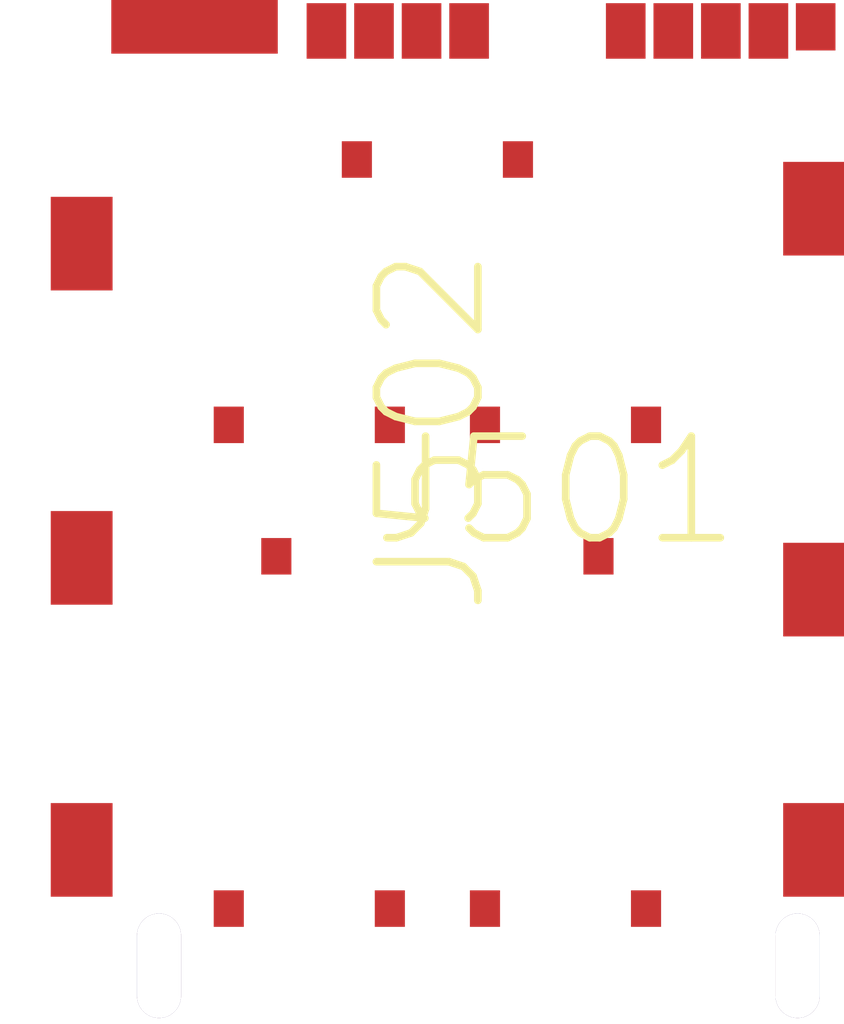
<source format=kicad_pcb>
(kicad_pcb (version 20241229) (generator "pcbnew") (generator_version "9.0")
  (layers (0 "F.Cu" signal) (2 "B.Cu" signal) (13 "F.Paste" user) (15 "B.Paste" user) (5 "F.SilkS" user "F.Silkscreen") (7 "B.SilkS" user "B.Silkscreen") (1 "F.Mask" user) (3 "B.Mask" user) (25 "Edge.Cuts" user))
  (net 0 "")
  (net 1 "N17759349")
  (net 2 "N17759554")
  (net 3 "N17759588")
  (net 4 "N17759260")
  (net 5 "N17759351")
  (net 6 "N17759627")
  (net 7 "N17759560")
  (net 8 "N17759326")
  (net 9 "N17759384")
  (net 10 "N17759372")
  (net 11 "N17759596")
  (net 12 "GND")
  (footprint "SIM_12_93X15_85-P18_HT2_38_HD" (layer "F.Cu") (at 136.2775 129.125)
    (property "Reference" "J501")
    (property "Value" "CAF99-06264-100001_SIM_12_93X15" (hide yes))
    (fp_text user "${REFERENCE}" (at -0.8809 0.5595 0) (layer "F.SilkS") (effects (font (size 1.6 1.6) (thickness 0.12)) (justify left bottom)))
    (pad "A1" thru_hole oval (at -4.1675 7.1) (size 0.695 1.645) (drill oval 0.695 1.645) (layers "*.Cu" "*.Mask") (net 12 "GND"))
    (pad "A2" smd rect (at -5.3875 5.275) (size 0.975 1.475) (layers "F.Cu" "F.Mask" "F.Paste") (net 12 "GND"))
    (pad "A3" smd rect (at -5.3875 0.675) (size 0.975 1.475) (layers "F.Cu" "F.Mask" "F.Paste") (net 12 "GND"))
    (pad "A4" smd rect (at -5.3875 -4.275) (size 0.975 1.475) (layers "F.Cu" "F.Mask" "F.Paste") (net 12 "GND"))
    (pad "A5" smd rect (at 6.1625 -4.825) (size 0.975 1.475) (layers "F.Cu" "F.Mask" "F.Paste") (net 12 "GND"))
    (pad "A6" smd rect (at 6.1625 1.175) (size 0.975 1.475) (layers "F.Cu" "F.Mask" "F.Paste") (net 12 "GND"))
    (pad "A7" smd rect (at 6.1625 5.275) (size 0.975 1.475) (layers "F.Cu" "F.Mask" "F.Paste") (net 12 "GND"))
    (pad "A8" thru_hole oval (at 5.9025 7.1) (size 0.695 1.645) (drill oval 0.695 1.645) (layers "*.Cu" "*.Mask") (net 12 "GND"))
    (pad "A9" smd rect (at -1.5275 -7.625) (size 0.625 0.875) (layers "F.Cu" "F.Mask" "F.Paste") (net 8 "N17759326"))
    (pad "A10" smd rect (at -0.7775 -7.625) (size 0.625 0.875) (layers "F.Cu" "F.Mask" "F.Paste") (net 4 "N17759260"))
    (pad "A11" smd rect (at -0.0275 -7.625) (size 0.625 0.875) (layers "F.Cu" "F.Mask" "F.Paste") (net 1 "N17759349"))
    (pad "A12" smd rect (at 0.7225 -7.625) (size 0.625 0.875) (layers "F.Cu" "F.Mask" "F.Paste") (net 5 "N17759351"))
    (pad "A13" smd rect (at 3.1925 -7.625) (size 0.625 0.875) (layers "F.Cu" "F.Mask" "F.Paste") (net 9 "N17759384"))
    (pad "A14" smd rect (at 3.9425 -7.625) (size 0.625 0.875) (layers "F.Cu" "F.Mask" "F.Paste") (net 12 "GND"))
    (pad "A15" smd rect (at 4.6925 -7.625) (size 0.625 0.875) (layers "F.Cu" "F.Mask" "F.Paste") (net 10 "N17759372"))
    (pad "A16" smd rect (at 5.4425 -7.625) (size 0.625 0.875) (layers "F.Cu" "F.Mask" "F.Paste") (net 12 "GND"))
    (pad "A17" smd rect (at -3.6075 -7.69) (size 2.625 0.845) (layers "F.Cu" "F.Mask" "F.Paste") (net 12 "GND"))
    (pad "A18" smd rect (at 6.1875 -7.69) (size 0.625 0.745) (layers "F.Cu" "F.Mask" "F.Paste") (net 12 "GND"))
  )
  (footprint "SIM_7_8X13_75_P12-HT2_65_HD" (layer "F.Cu") (at 136.5 129.5)
    (property "Reference" "J502")
    (property "Value" "CAF99-06033-1010_SIM_7_8X13_75_" (hide yes))
    (fp_text user "${REFERENCE}" (at 0.8402 1.2769 90) (layer "F.SilkS") (effects (font (size 1.6 1.6) (thickness 0.12)) (justify left bottom)))
    (pad "S11" smd rect (at -3.29 -1.795) (size 0.475 0.575) (layers "F.Cu" "F.Mask" "F.Paste") (net 3 "N17759588"))
    (pad "S12" smd rect (at -1.27 -5.975) (size 0.475 0.575) (layers "F.Cu" "F.Mask" "F.Paste") (net 3 "N17759588"))
    (pad "S13" smd rect (at -0.75 -1.795) (size 0.475 0.575) (layers "F.Cu" "F.Mask" "F.Paste") (net 7 "N17759560"))
    (pad "S14" smd rect (at 0.75 -1.795) (size 0.475 0.575) (layers "F.Cu" "F.Mask" "F.Paste") (net 7 "N17759560"))
    (pad "S15" smd rect (at 1.27 -5.975) (size 0.475 0.575) (layers "F.Cu" "F.Mask" "F.Paste") (net 2 "N17759554"))
    (pad "S16" smd rect (at 3.29 -1.795) (size 0.475 0.575) (layers "F.Cu" "F.Mask" "F.Paste") (net 2 "N17759554"))
    (pad "S17" smd rect (at -3.29 5.825) (size 0.475 0.575) (layers "F.Cu" "F.Mask" "F.Paste") (net 12 "GND"))
    (pad "S18" smd rect (at -2.54 0.275) (size 0.475 0.575) (layers "F.Cu" "F.Mask" "F.Paste") (net 12 "GND"))
    (pad "S19" smd rect (at -0.75 5.825) (size 0.475 0.575) (layers "F.Cu" "F.Mask" "F.Paste") (net 6 "N17759627"))
    (pad "S20" smd rect (at 0.75 5.825) (size 0.475 0.575) (layers "F.Cu" "F.Mask" "F.Paste") (net 6 "N17759627"))
    (pad "S21" smd rect (at 2.54 0.275) (size 0.475 0.575) (layers "F.Cu" "F.Mask" "F.Paste") (net 11 "N17759596"))
    (pad "S22" smd rect (at 3.29 5.825) (size 0.475 0.575) (layers "F.Cu" "F.Mask" "F.Paste") (net 11 "N17759596"))
  )
)
</source>
